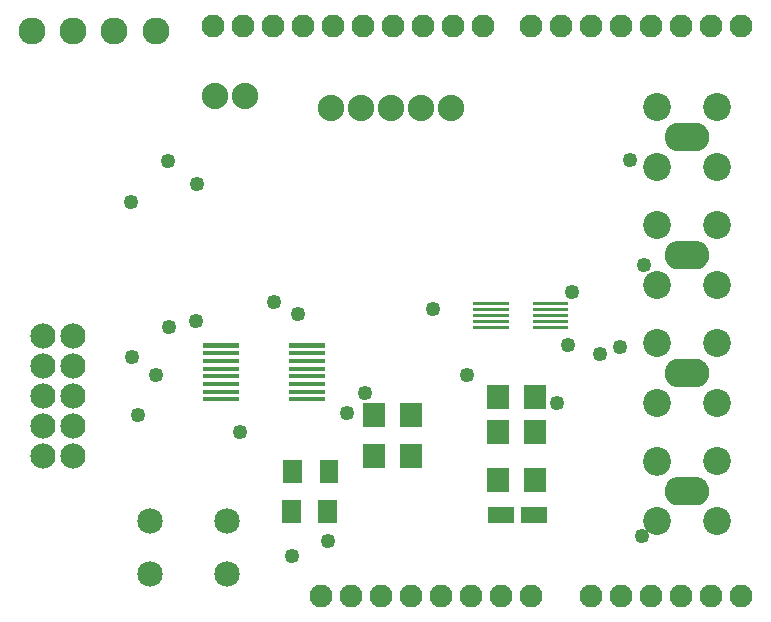
<source format=gts>
G04 MADE WITH FRITZING*
G04 WWW.FRITZING.ORG*
G04 DOUBLE SIDED*
G04 HOLES PLATED*
G04 CONTOUR ON CENTER OF CONTOUR VECTOR*
%ASAXBY*%
%FSLAX23Y23*%
%MOIN*%
%OFA0B0*%
%SFA1.0B1.0*%
%ADD10C,0.088000*%
%ADD11C,0.049370*%
%ADD12C,0.085000*%
%ADD13C,0.092677*%
%ADD14C,0.093071*%
%ADD15C,0.084000*%
%ADD16C,0.076194*%
%ADD17C,0.076222*%
%ADD18C,0.090000*%
%ADD19R,0.072992X0.084803*%
%ADD20R,0.088740X0.057244*%
%ADD21C,0.027000*%
%ADD22C,0.010000*%
%ADD23C,0.030000*%
%ADD24R,0.001000X0.001000*%
%LNMASK1*%
G90*
G70*
G54D10*
X748Y1778D03*
X848Y1778D03*
G54D11*
X1925Y947D03*
X2033Y917D03*
X2100Y939D03*
X1940Y1125D03*
X2132Y1563D03*
X2179Y1215D03*
X2173Y311D03*
X1474Y1067D03*
X1587Y846D03*
X1890Y754D03*
X1126Y293D03*
X1004Y244D03*
X551Y846D03*
X1189Y720D03*
X1024Y1049D03*
X1250Y787D03*
X831Y656D03*
X945Y1089D03*
X492Y715D03*
X471Y907D03*
X467Y1425D03*
X596Y1008D03*
X591Y1561D03*
X684Y1028D03*
X689Y1482D03*
G54D10*
X1535Y1738D03*
X1435Y1738D03*
X1335Y1738D03*
X1235Y1738D03*
X1135Y1738D03*
G54D12*
X787Y183D03*
X532Y183D03*
X787Y360D03*
X532Y360D03*
G54D13*
X2223Y558D03*
G54D14*
X2322Y459D03*
X2223Y359D03*
X2223Y559D03*
X2423Y359D03*
X2423Y559D03*
G54D13*
X2223Y558D03*
G54D14*
X2322Y459D03*
X2223Y359D03*
X2223Y559D03*
X2423Y359D03*
X2423Y559D03*
G54D13*
X2223Y952D03*
G54D14*
X2322Y853D03*
X2223Y752D03*
X2223Y952D03*
X2423Y752D03*
X2423Y952D03*
G54D13*
X2223Y952D03*
G54D14*
X2322Y853D03*
X2223Y752D03*
X2223Y952D03*
X2423Y752D03*
X2423Y952D03*
G54D13*
X2223Y1740D03*
G54D14*
X2322Y1641D03*
X2223Y1540D03*
X2223Y1740D03*
X2423Y1540D03*
X2423Y1740D03*
G54D13*
X2223Y1740D03*
G54D14*
X2322Y1641D03*
X2223Y1540D03*
X2223Y1740D03*
X2423Y1540D03*
X2423Y1740D03*
G54D15*
X176Y577D03*
X176Y677D03*
X176Y777D03*
X176Y877D03*
X176Y977D03*
X276Y577D03*
X276Y677D03*
X276Y777D03*
X276Y877D03*
X276Y977D03*
G54D16*
X2103Y111D03*
X2203Y111D03*
X2303Y111D03*
X2403Y111D03*
X2503Y111D03*
G54D17*
X1643Y2011D03*
X1543Y2011D03*
X1443Y2011D03*
X1343Y2011D03*
X1243Y2011D03*
X1143Y2011D03*
X1043Y2011D03*
X943Y2011D03*
X843Y2011D03*
X743Y2011D03*
X2503Y2011D03*
X2403Y2011D03*
X2303Y2011D03*
X2203Y2011D03*
X2103Y2011D03*
X2003Y2011D03*
X1903Y2011D03*
X1803Y2011D03*
G54D16*
X1203Y111D03*
X1103Y111D03*
X1303Y111D03*
X1403Y111D03*
X1503Y111D03*
X1603Y111D03*
X1703Y111D03*
X1803Y111D03*
X2003Y111D03*
G54D13*
X2223Y1346D03*
G54D14*
X2322Y1247D03*
X2223Y1146D03*
X2223Y1346D03*
X2423Y1146D03*
X2423Y1346D03*
G54D13*
X2223Y1346D03*
G54D14*
X2322Y1247D03*
X2223Y1146D03*
X2223Y1346D03*
X2423Y1146D03*
X2423Y1346D03*
G54D18*
X551Y1994D03*
X413Y1994D03*
X276Y1994D03*
X138Y1994D03*
G54D19*
X1280Y715D03*
X1402Y715D03*
X1280Y577D03*
X1402Y577D03*
X1693Y498D03*
X1815Y498D03*
G54D20*
X1701Y380D03*
X1811Y380D03*
G54D19*
X1693Y774D03*
X1815Y774D03*
X1693Y656D03*
X1815Y656D03*
G54D21*
G36*
X247Y548D02*
X247Y605D01*
X304Y605D01*
X304Y548D01*
X247Y548D01*
G37*
D02*
G54D22*
G36*
X1807Y1011D02*
X1925Y1011D01*
X1925Y1001D01*
X1807Y1001D01*
X1807Y1011D01*
G37*
D02*
G36*
X1807Y1031D02*
X1925Y1031D01*
X1925Y1021D01*
X1807Y1021D01*
X1807Y1031D01*
G37*
D02*
G36*
X1807Y1050D02*
X1925Y1050D01*
X1925Y1040D01*
X1807Y1040D01*
X1807Y1050D01*
G37*
D02*
G36*
X1807Y1070D02*
X1925Y1070D01*
X1925Y1060D01*
X1807Y1060D01*
X1807Y1070D01*
G37*
D02*
G36*
X1807Y1090D02*
X1925Y1090D01*
X1925Y1080D01*
X1807Y1080D01*
X1807Y1090D01*
G37*
D02*
G36*
X1610Y1090D02*
X1728Y1090D01*
X1728Y1080D01*
X1610Y1080D01*
X1610Y1090D01*
G37*
D02*
G36*
X1610Y1070D02*
X1728Y1070D01*
X1728Y1060D01*
X1610Y1060D01*
X1610Y1070D01*
G37*
D02*
G36*
X1610Y1050D02*
X1728Y1050D01*
X1728Y1040D01*
X1610Y1040D01*
X1610Y1050D01*
G37*
D02*
G36*
X1610Y1031D02*
X1728Y1031D01*
X1728Y1021D01*
X1610Y1021D01*
X1610Y1031D01*
G37*
D02*
G36*
X1610Y1011D02*
X1728Y1011D01*
X1728Y1001D01*
X1610Y1001D01*
X1610Y1011D01*
G37*
D02*
G36*
X996Y773D02*
X1114Y773D01*
X1114Y759D01*
X996Y759D01*
X996Y773D01*
G37*
D02*
G36*
X996Y798D02*
X1114Y798D01*
X1114Y784D01*
X996Y784D01*
X996Y798D01*
G37*
D02*
G36*
X996Y824D02*
X1114Y824D01*
X1114Y810D01*
X996Y810D01*
X996Y824D01*
G37*
D02*
G36*
X996Y849D02*
X1114Y849D01*
X1114Y836D01*
X996Y836D01*
X996Y849D01*
G37*
D02*
G36*
X996Y875D02*
X1114Y875D01*
X1114Y861D01*
X996Y861D01*
X996Y875D01*
G37*
D02*
G36*
X996Y901D02*
X1114Y901D01*
X1114Y887D01*
X996Y887D01*
X996Y901D01*
G37*
D02*
G36*
X996Y926D02*
X1114Y926D01*
X1114Y912D01*
X996Y912D01*
X996Y926D01*
G37*
D02*
G36*
X996Y952D02*
X1114Y952D01*
X1114Y938D01*
X996Y938D01*
X996Y952D01*
G37*
D02*
G36*
X709Y952D02*
X827Y952D01*
X827Y938D01*
X709Y938D01*
X709Y952D01*
G37*
D02*
G36*
X709Y926D02*
X827Y926D01*
X827Y912D01*
X709Y912D01*
X709Y926D01*
G37*
D02*
G36*
X709Y901D02*
X827Y901D01*
X827Y887D01*
X709Y887D01*
X709Y901D01*
G37*
D02*
G36*
X709Y875D02*
X827Y875D01*
X827Y861D01*
X709Y861D01*
X709Y875D01*
G37*
D02*
G36*
X709Y849D02*
X827Y849D01*
X827Y836D01*
X709Y836D01*
X709Y849D01*
G37*
D02*
G36*
X709Y824D02*
X827Y824D01*
X827Y810D01*
X709Y810D01*
X709Y824D01*
G37*
D02*
G36*
X709Y798D02*
X827Y798D01*
X827Y784D01*
X709Y784D01*
X709Y798D01*
G37*
D02*
G36*
X709Y773D02*
X827Y773D01*
X827Y759D01*
X709Y759D01*
X709Y773D01*
G37*
D02*
G36*
X1093Y354D02*
X1093Y429D01*
X1156Y429D01*
X1156Y354D01*
X1093Y354D01*
G37*
D02*
G36*
X971Y354D02*
X971Y429D01*
X1034Y429D01*
X1034Y354D01*
X971Y354D01*
G37*
D02*
G36*
X1097Y488D02*
X1097Y563D01*
X1160Y563D01*
X1160Y488D01*
X1097Y488D01*
G37*
D02*
G36*
X974Y488D02*
X974Y563D01*
X1037Y563D01*
X1037Y488D01*
X974Y488D01*
G37*
D02*
G54D23*
G36*
X581Y1964D02*
X521Y1964D01*
X521Y2024D01*
X581Y2024D01*
X581Y1964D01*
G37*
D02*
G54D24*
X2284Y1686D02*
X2359Y1686D01*
X2279Y1685D02*
X2364Y1685D01*
X2276Y1684D02*
X2367Y1684D01*
X2274Y1683D02*
X2370Y1683D01*
X2272Y1682D02*
X2372Y1682D01*
X2270Y1681D02*
X2373Y1681D01*
X2268Y1680D02*
X2375Y1680D01*
X2267Y1679D02*
X2376Y1679D01*
X2266Y1678D02*
X2377Y1678D01*
X2265Y1677D02*
X2379Y1677D01*
X2263Y1676D02*
X2380Y1676D01*
X2262Y1675D02*
X2381Y1675D01*
X2261Y1674D02*
X2382Y1674D01*
X2261Y1673D02*
X2383Y1673D01*
X2260Y1672D02*
X2384Y1672D01*
X2259Y1671D02*
X2384Y1671D01*
X2258Y1670D02*
X2385Y1670D01*
X2257Y1669D02*
X2386Y1669D01*
X2257Y1668D02*
X2386Y1668D01*
X2256Y1667D02*
X2387Y1667D01*
X2255Y1666D02*
X2388Y1666D01*
X2255Y1665D02*
X2388Y1665D01*
X2254Y1664D02*
X2389Y1664D01*
X2254Y1663D02*
X2389Y1663D01*
X2253Y1662D02*
X2390Y1662D01*
X2253Y1661D02*
X2390Y1661D01*
X2252Y1660D02*
X2319Y1660D01*
X2324Y1660D02*
X2391Y1660D01*
X2252Y1659D02*
X2315Y1659D01*
X2328Y1659D02*
X2391Y1659D01*
X2252Y1658D02*
X2314Y1658D01*
X2330Y1658D02*
X2392Y1658D01*
X2251Y1657D02*
X2312Y1657D01*
X2331Y1657D02*
X2392Y1657D01*
X2251Y1656D02*
X2311Y1656D01*
X2332Y1656D02*
X2392Y1656D01*
X2251Y1655D02*
X2310Y1655D01*
X2333Y1655D02*
X2393Y1655D01*
X2250Y1654D02*
X2309Y1654D01*
X2334Y1654D02*
X2393Y1654D01*
X2250Y1653D02*
X2309Y1653D01*
X2335Y1653D02*
X2393Y1653D01*
X2250Y1652D02*
X2308Y1652D01*
X2335Y1652D02*
X2393Y1652D01*
X2250Y1651D02*
X2307Y1651D01*
X2336Y1651D02*
X2394Y1651D01*
X2249Y1650D02*
X2307Y1650D01*
X2336Y1650D02*
X2394Y1650D01*
X2249Y1649D02*
X2307Y1649D01*
X2337Y1649D02*
X2394Y1649D01*
X2249Y1648D02*
X2306Y1648D01*
X2337Y1648D02*
X2394Y1648D01*
X2249Y1647D02*
X2306Y1647D01*
X2337Y1647D02*
X2394Y1647D01*
X2249Y1646D02*
X2306Y1646D01*
X2337Y1646D02*
X2395Y1646D01*
X2249Y1645D02*
X2306Y1645D01*
X2338Y1645D02*
X2395Y1645D01*
X2248Y1644D02*
X2305Y1644D01*
X2338Y1644D02*
X2395Y1644D01*
X2248Y1643D02*
X2305Y1643D01*
X2338Y1643D02*
X2395Y1643D01*
X2248Y1642D02*
X2305Y1642D01*
X2338Y1642D02*
X2395Y1642D01*
X2248Y1641D02*
X2305Y1641D01*
X2338Y1641D02*
X2395Y1641D01*
X2248Y1640D02*
X2305Y1640D01*
X2338Y1640D02*
X2395Y1640D01*
X2248Y1639D02*
X2305Y1639D01*
X2338Y1639D02*
X2395Y1639D01*
X2248Y1638D02*
X2305Y1638D01*
X2338Y1638D02*
X2395Y1638D01*
X2248Y1637D02*
X2305Y1637D01*
X2338Y1637D02*
X2395Y1637D01*
X2248Y1636D02*
X2305Y1636D01*
X2338Y1636D02*
X2395Y1636D01*
X2248Y1635D02*
X2305Y1635D01*
X2338Y1635D02*
X2395Y1635D01*
X2249Y1634D02*
X2306Y1634D01*
X2338Y1634D02*
X2395Y1634D01*
X2249Y1633D02*
X2306Y1633D01*
X2337Y1633D02*
X2394Y1633D01*
X2249Y1632D02*
X2306Y1632D01*
X2337Y1632D02*
X2394Y1632D01*
X2249Y1631D02*
X2307Y1631D01*
X2337Y1631D02*
X2394Y1631D01*
X2249Y1630D02*
X2307Y1630D01*
X2336Y1630D02*
X2394Y1630D01*
X2249Y1629D02*
X2307Y1629D01*
X2336Y1629D02*
X2394Y1629D01*
X2250Y1628D02*
X2308Y1628D01*
X2335Y1628D02*
X2394Y1628D01*
X2250Y1627D02*
X2308Y1627D01*
X2335Y1627D02*
X2393Y1627D01*
X2250Y1626D02*
X2309Y1626D01*
X2334Y1626D02*
X2393Y1626D01*
X2251Y1625D02*
X2310Y1625D01*
X2333Y1625D02*
X2393Y1625D01*
X2251Y1624D02*
X2311Y1624D01*
X2332Y1624D02*
X2392Y1624D01*
X2251Y1623D02*
X2312Y1623D01*
X2331Y1623D02*
X2392Y1623D01*
X2252Y1622D02*
X2313Y1622D01*
X2330Y1622D02*
X2392Y1622D01*
X2252Y1621D02*
X2315Y1621D01*
X2328Y1621D02*
X2391Y1621D01*
X2252Y1620D02*
X2318Y1620D01*
X2325Y1620D02*
X2391Y1620D01*
X2253Y1619D02*
X2390Y1619D01*
X2253Y1618D02*
X2390Y1618D01*
X2254Y1617D02*
X2389Y1617D01*
X2254Y1616D02*
X2389Y1616D01*
X2255Y1615D02*
X2388Y1615D01*
X2255Y1614D02*
X2388Y1614D01*
X2256Y1613D02*
X2387Y1613D01*
X2257Y1612D02*
X2387Y1612D01*
X2257Y1611D02*
X2386Y1611D01*
X2258Y1610D02*
X2385Y1610D01*
X2259Y1609D02*
X2384Y1609D01*
X2260Y1608D02*
X2384Y1608D01*
X2260Y1607D02*
X2383Y1607D01*
X2261Y1606D02*
X2382Y1606D01*
X2262Y1605D02*
X2381Y1605D01*
X2263Y1604D02*
X2380Y1604D01*
X2264Y1603D02*
X2379Y1603D01*
X2266Y1602D02*
X2378Y1602D01*
X2267Y1601D02*
X2376Y1601D01*
X2268Y1600D02*
X2375Y1600D01*
X2270Y1599D02*
X2374Y1599D01*
X2271Y1598D02*
X2372Y1598D01*
X2273Y1597D02*
X2370Y1597D01*
X2276Y1596D02*
X2368Y1596D01*
X2278Y1595D02*
X2365Y1595D01*
X2283Y1594D02*
X2360Y1594D01*
X2282Y1292D02*
X2362Y1292D01*
X2278Y1291D02*
X2365Y1291D01*
X2275Y1290D02*
X2368Y1290D01*
X2273Y1289D02*
X2370Y1289D01*
X2271Y1288D02*
X2372Y1288D01*
X2269Y1287D02*
X2374Y1287D01*
X2268Y1286D02*
X2375Y1286D01*
X2267Y1285D02*
X2377Y1285D01*
X2265Y1284D02*
X2378Y1284D01*
X2264Y1283D02*
X2379Y1283D01*
X2263Y1282D02*
X2380Y1282D01*
X2262Y1281D02*
X2381Y1281D01*
X2261Y1280D02*
X2382Y1280D01*
X2260Y1279D02*
X2383Y1279D01*
X2259Y1278D02*
X2384Y1278D01*
X2259Y1277D02*
X2385Y1277D01*
X2258Y1276D02*
X2385Y1276D01*
X2257Y1275D02*
X2386Y1275D01*
X2256Y1274D02*
X2387Y1274D01*
X2256Y1273D02*
X2387Y1273D01*
X2255Y1272D02*
X2388Y1272D01*
X2255Y1271D02*
X2389Y1271D01*
X2254Y1270D02*
X2389Y1270D01*
X2254Y1269D02*
X2390Y1269D01*
X2253Y1268D02*
X2390Y1268D01*
X2253Y1267D02*
X2391Y1267D01*
X2252Y1266D02*
X2317Y1266D01*
X2326Y1266D02*
X2391Y1266D01*
X2252Y1265D02*
X2315Y1265D01*
X2329Y1265D02*
X2391Y1265D01*
X2251Y1264D02*
X2313Y1264D01*
X2330Y1264D02*
X2392Y1264D01*
X2251Y1263D02*
X2312Y1263D01*
X2332Y1263D02*
X2392Y1263D01*
X2251Y1262D02*
X2311Y1262D01*
X2333Y1262D02*
X2392Y1262D01*
X2250Y1261D02*
X2310Y1261D01*
X2334Y1261D02*
X2393Y1261D01*
X2250Y1260D02*
X2309Y1260D01*
X2334Y1260D02*
X2393Y1260D01*
X2250Y1259D02*
X2308Y1259D01*
X2335Y1259D02*
X2393Y1259D01*
X2250Y1258D02*
X2308Y1258D01*
X2336Y1258D02*
X2394Y1258D01*
X2249Y1257D02*
X2307Y1257D01*
X2336Y1257D02*
X2394Y1257D01*
X2249Y1256D02*
X2307Y1256D01*
X2336Y1256D02*
X2394Y1256D01*
X2249Y1255D02*
X2306Y1255D01*
X2337Y1255D02*
X2394Y1255D01*
X2249Y1254D02*
X2306Y1254D01*
X2337Y1254D02*
X2394Y1254D01*
X2249Y1253D02*
X2306Y1253D01*
X2337Y1253D02*
X2394Y1253D01*
X2249Y1252D02*
X2306Y1252D01*
X2338Y1252D02*
X2395Y1252D01*
X2248Y1251D02*
X2305Y1251D01*
X2338Y1251D02*
X2395Y1251D01*
X2248Y1250D02*
X2305Y1250D01*
X2338Y1250D02*
X2395Y1250D01*
X2248Y1249D02*
X2305Y1249D01*
X2338Y1249D02*
X2395Y1249D01*
X2248Y1248D02*
X2305Y1248D01*
X2338Y1248D02*
X2395Y1248D01*
X2248Y1247D02*
X2305Y1247D01*
X2338Y1247D02*
X2395Y1247D01*
X2248Y1246D02*
X2305Y1246D01*
X2338Y1246D02*
X2395Y1246D01*
X2248Y1245D02*
X2305Y1245D01*
X2338Y1245D02*
X2395Y1245D01*
X2248Y1244D02*
X2305Y1244D01*
X2338Y1244D02*
X2395Y1244D01*
X2248Y1243D02*
X2305Y1243D01*
X2338Y1243D02*
X2395Y1243D01*
X2248Y1242D02*
X2305Y1242D01*
X2338Y1242D02*
X2395Y1242D01*
X2249Y1241D02*
X2306Y1241D01*
X2338Y1241D02*
X2395Y1241D01*
X2249Y1240D02*
X2306Y1240D01*
X2337Y1240D02*
X2395Y1240D01*
X2249Y1239D02*
X2306Y1239D01*
X2337Y1239D02*
X2394Y1239D01*
X2249Y1238D02*
X2306Y1238D01*
X2337Y1238D02*
X2394Y1238D01*
X2249Y1237D02*
X2307Y1237D01*
X2337Y1237D02*
X2394Y1237D01*
X2249Y1236D02*
X2307Y1236D01*
X2336Y1236D02*
X2394Y1236D01*
X2250Y1235D02*
X2308Y1235D01*
X2336Y1235D02*
X2394Y1235D01*
X2250Y1234D02*
X2308Y1234D01*
X2335Y1234D02*
X2393Y1234D01*
X2250Y1233D02*
X2309Y1233D01*
X2335Y1233D02*
X2393Y1233D01*
X2250Y1232D02*
X2309Y1232D01*
X2334Y1232D02*
X2393Y1232D01*
X2251Y1231D02*
X2310Y1231D01*
X2333Y1231D02*
X2393Y1231D01*
X2251Y1230D02*
X2311Y1230D01*
X2332Y1230D02*
X2392Y1230D01*
X2251Y1229D02*
X2312Y1229D01*
X2331Y1229D02*
X2392Y1229D01*
X2252Y1228D02*
X2314Y1228D01*
X2329Y1228D02*
X2392Y1228D01*
X2252Y1227D02*
X2316Y1227D01*
X2327Y1227D02*
X2391Y1227D01*
X2253Y1226D02*
X2391Y1226D01*
X2253Y1225D02*
X2390Y1225D01*
X2253Y1224D02*
X2390Y1224D01*
X2254Y1223D02*
X2389Y1223D01*
X2254Y1222D02*
X2389Y1222D01*
X2255Y1221D02*
X2388Y1221D01*
X2256Y1220D02*
X2388Y1220D01*
X2256Y1219D02*
X2387Y1219D01*
X2257Y1218D02*
X2386Y1218D01*
X2258Y1217D02*
X2386Y1217D01*
X2258Y1216D02*
X2385Y1216D01*
X2259Y1215D02*
X2384Y1215D01*
X2260Y1214D02*
X2383Y1214D01*
X2261Y1213D02*
X2382Y1213D01*
X2262Y1212D02*
X2382Y1212D01*
X2263Y1211D02*
X2381Y1211D01*
X2264Y1210D02*
X2379Y1210D01*
X2265Y1209D02*
X2378Y1209D01*
X2266Y1208D02*
X2377Y1208D01*
X2267Y1207D02*
X2376Y1207D01*
X2269Y1206D02*
X2374Y1206D01*
X2270Y1205D02*
X2373Y1205D01*
X2272Y1204D02*
X2371Y1204D01*
X2274Y1203D02*
X2369Y1203D01*
X2277Y1202D02*
X2367Y1202D01*
X2280Y1201D02*
X2364Y1201D01*
X2287Y1200D02*
X2356Y1200D01*
X2287Y899D02*
X2356Y899D01*
X2280Y898D02*
X2363Y898D01*
X2277Y897D02*
X2367Y897D01*
X2274Y896D02*
X2369Y896D01*
X2272Y895D02*
X2371Y895D01*
X2270Y894D02*
X2373Y894D01*
X2269Y893D02*
X2374Y893D01*
X2267Y892D02*
X2376Y892D01*
X2266Y891D02*
X2377Y891D01*
X2265Y890D02*
X2378Y890D01*
X2264Y889D02*
X2379Y889D01*
X2263Y888D02*
X2381Y888D01*
X2262Y887D02*
X2382Y887D01*
X2261Y886D02*
X2382Y886D01*
X2260Y885D02*
X2383Y885D01*
X2259Y884D02*
X2384Y884D01*
X2258Y883D02*
X2385Y883D01*
X2258Y882D02*
X2386Y882D01*
X2257Y881D02*
X2386Y881D01*
X2256Y880D02*
X2387Y880D01*
X2256Y879D02*
X2388Y879D01*
X2255Y878D02*
X2388Y878D01*
X2254Y877D02*
X2389Y877D01*
X2254Y876D02*
X2389Y876D01*
X2253Y875D02*
X2390Y875D01*
X2253Y874D02*
X2390Y874D01*
X2253Y873D02*
X2391Y873D01*
X2252Y872D02*
X2316Y872D01*
X2327Y872D02*
X2391Y872D01*
X2252Y871D02*
X2314Y871D01*
X2329Y871D02*
X2392Y871D01*
X2251Y870D02*
X2312Y870D01*
X2331Y870D02*
X2392Y870D01*
X2251Y869D02*
X2311Y869D01*
X2332Y869D02*
X2392Y869D01*
X2251Y868D02*
X2310Y868D01*
X2333Y868D02*
X2393Y868D01*
X2250Y867D02*
X2309Y867D01*
X2334Y867D02*
X2393Y867D01*
X2250Y866D02*
X2309Y866D01*
X2335Y866D02*
X2393Y866D01*
X2250Y865D02*
X2308Y865D01*
X2335Y865D02*
X2393Y865D01*
X2250Y864D02*
X2308Y864D01*
X2336Y864D02*
X2394Y864D01*
X2249Y863D02*
X2307Y863D01*
X2336Y863D02*
X2394Y863D01*
X2249Y862D02*
X2307Y862D01*
X2337Y862D02*
X2394Y862D01*
X2249Y861D02*
X2306Y861D01*
X2337Y861D02*
X2394Y861D01*
X2249Y860D02*
X2306Y860D01*
X2337Y860D02*
X2394Y860D01*
X2249Y859D02*
X2306Y859D01*
X2337Y859D02*
X2395Y859D01*
X2249Y858D02*
X2306Y858D01*
X2338Y858D02*
X2395Y858D01*
X2248Y857D02*
X2305Y857D01*
X2338Y857D02*
X2395Y857D01*
X2248Y856D02*
X2305Y856D01*
X2338Y856D02*
X2395Y856D01*
X2248Y855D02*
X2305Y855D01*
X2338Y855D02*
X2395Y855D01*
X2248Y854D02*
X2305Y854D01*
X2338Y854D02*
X2395Y854D01*
X2248Y853D02*
X2305Y853D01*
X2338Y853D02*
X2395Y853D01*
X2248Y852D02*
X2305Y852D01*
X2338Y852D02*
X2395Y852D01*
X2248Y851D02*
X2305Y851D01*
X2338Y851D02*
X2395Y851D01*
X2248Y850D02*
X2305Y850D01*
X2338Y850D02*
X2395Y850D01*
X2248Y849D02*
X2305Y849D01*
X2338Y849D02*
X2395Y849D01*
X2248Y848D02*
X2305Y848D01*
X2338Y848D02*
X2395Y848D01*
X2249Y847D02*
X2306Y847D01*
X2338Y847D02*
X2395Y847D01*
X2249Y846D02*
X2306Y846D01*
X2337Y846D02*
X2394Y846D01*
X2249Y845D02*
X2306Y845D01*
X2337Y845D02*
X2394Y845D01*
X2249Y844D02*
X2306Y844D01*
X2337Y844D02*
X2394Y844D01*
X2249Y843D02*
X2307Y843D01*
X2336Y843D02*
X2394Y843D01*
X2249Y842D02*
X2307Y842D01*
X2336Y842D02*
X2394Y842D01*
X2250Y841D02*
X2308Y841D01*
X2336Y841D02*
X2394Y841D01*
X2250Y840D02*
X2308Y840D01*
X2335Y840D02*
X2393Y840D01*
X2250Y839D02*
X2309Y839D01*
X2334Y839D02*
X2393Y839D01*
X2250Y838D02*
X2310Y838D01*
X2334Y838D02*
X2393Y838D01*
X2251Y837D02*
X2311Y837D01*
X2333Y837D02*
X2392Y837D01*
X2251Y836D02*
X2312Y836D01*
X2332Y836D02*
X2392Y836D01*
X2251Y835D02*
X2313Y835D01*
X2330Y835D02*
X2392Y835D01*
X2252Y834D02*
X2315Y834D01*
X2329Y834D02*
X2391Y834D01*
X2252Y833D02*
X2317Y833D01*
X2326Y833D02*
X2391Y833D01*
X2253Y832D02*
X2391Y832D01*
X2253Y831D02*
X2390Y831D01*
X2254Y830D02*
X2390Y830D01*
X2254Y829D02*
X2389Y829D01*
X2255Y828D02*
X2389Y828D01*
X2255Y827D02*
X2388Y827D01*
X2256Y826D02*
X2387Y826D01*
X2256Y825D02*
X2387Y825D01*
X2257Y824D02*
X2386Y824D01*
X2258Y823D02*
X2385Y823D01*
X2259Y822D02*
X2385Y822D01*
X2259Y821D02*
X2384Y821D01*
X2260Y820D02*
X2383Y820D01*
X2261Y819D02*
X2382Y819D01*
X2262Y818D02*
X2381Y818D01*
X2263Y817D02*
X2380Y817D01*
X2264Y816D02*
X2379Y816D01*
X2265Y815D02*
X2378Y815D01*
X2267Y814D02*
X2377Y814D01*
X2268Y813D02*
X2375Y813D01*
X2269Y812D02*
X2374Y812D01*
X2271Y811D02*
X2372Y811D01*
X2273Y810D02*
X2370Y810D01*
X2275Y809D02*
X2368Y809D01*
X2278Y808D02*
X2365Y808D01*
X2282Y807D02*
X2362Y807D01*
X2283Y505D02*
X2360Y505D01*
X2278Y504D02*
X2365Y504D01*
X2276Y503D02*
X2368Y503D01*
X2273Y502D02*
X2370Y502D01*
X2271Y501D02*
X2372Y501D01*
X2270Y500D02*
X2374Y500D01*
X2268Y499D02*
X2375Y499D01*
X2267Y498D02*
X2376Y498D01*
X2266Y497D02*
X2378Y497D01*
X2264Y496D02*
X2379Y496D01*
X2263Y495D02*
X2380Y495D01*
X2262Y494D02*
X2381Y494D01*
X2261Y493D02*
X2382Y493D01*
X2260Y492D02*
X2383Y492D01*
X2260Y491D02*
X2384Y491D01*
X2259Y490D02*
X2384Y490D01*
X2258Y489D02*
X2385Y489D01*
X2257Y488D02*
X2386Y488D01*
X2257Y487D02*
X2387Y487D01*
X2256Y486D02*
X2387Y486D01*
X2255Y485D02*
X2388Y485D01*
X2255Y484D02*
X2388Y484D01*
X2254Y483D02*
X2389Y483D01*
X2254Y482D02*
X2389Y482D01*
X2253Y481D02*
X2390Y481D01*
X2253Y480D02*
X2390Y480D01*
X2252Y479D02*
X2318Y479D01*
X2325Y479D02*
X2391Y479D01*
X2252Y478D02*
X2315Y478D01*
X2328Y478D02*
X2391Y478D01*
X2252Y477D02*
X2313Y477D01*
X2330Y477D02*
X2392Y477D01*
X2251Y476D02*
X2312Y476D01*
X2331Y476D02*
X2392Y476D01*
X2251Y475D02*
X2311Y475D01*
X2332Y475D02*
X2392Y475D01*
X2251Y474D02*
X2310Y474D01*
X2333Y474D02*
X2393Y474D01*
X2250Y473D02*
X2309Y473D01*
X2334Y473D02*
X2393Y473D01*
X2250Y472D02*
X2308Y472D01*
X2335Y472D02*
X2393Y472D01*
X2250Y471D02*
X2308Y471D01*
X2335Y471D02*
X2394Y471D01*
X2249Y470D02*
X2307Y470D01*
X2336Y470D02*
X2394Y470D01*
X2249Y469D02*
X2307Y469D01*
X2336Y469D02*
X2394Y469D01*
X2249Y468D02*
X2307Y468D01*
X2337Y468D02*
X2394Y468D01*
X2249Y467D02*
X2306Y467D01*
X2337Y467D02*
X2394Y467D01*
X2249Y466D02*
X2306Y466D01*
X2337Y466D02*
X2394Y466D01*
X2249Y465D02*
X2306Y465D01*
X2338Y465D02*
X2395Y465D01*
X2248Y464D02*
X2305Y464D01*
X2338Y464D02*
X2395Y464D01*
X2248Y463D02*
X2305Y463D01*
X2338Y463D02*
X2395Y463D01*
X2248Y462D02*
X2305Y462D01*
X2338Y462D02*
X2395Y462D01*
X2248Y461D02*
X2305Y461D01*
X2338Y461D02*
X2395Y461D01*
X2248Y460D02*
X2305Y460D01*
X2338Y460D02*
X2395Y460D01*
X2248Y459D02*
X2305Y459D01*
X2338Y459D02*
X2395Y459D01*
X2248Y458D02*
X2305Y458D01*
X2338Y458D02*
X2395Y458D01*
X2248Y457D02*
X2305Y457D01*
X2338Y457D02*
X2395Y457D01*
X2248Y456D02*
X2305Y456D01*
X2338Y456D02*
X2395Y456D01*
X2248Y455D02*
X2305Y455D01*
X2338Y455D02*
X2395Y455D01*
X2249Y454D02*
X2306Y454D01*
X2338Y454D02*
X2395Y454D01*
X2249Y453D02*
X2306Y453D01*
X2337Y453D02*
X2395Y453D01*
X2249Y452D02*
X2306Y452D01*
X2337Y452D02*
X2394Y452D01*
X2249Y451D02*
X2306Y451D01*
X2337Y451D02*
X2394Y451D01*
X2249Y450D02*
X2307Y450D01*
X2337Y450D02*
X2394Y450D01*
X2249Y449D02*
X2307Y449D01*
X2336Y449D02*
X2394Y449D01*
X2250Y448D02*
X2307Y448D01*
X2336Y448D02*
X2394Y448D01*
X2250Y447D02*
X2308Y447D01*
X2335Y447D02*
X2393Y447D01*
X2250Y446D02*
X2309Y446D01*
X2335Y446D02*
X2393Y446D01*
X2250Y445D02*
X2309Y445D01*
X2334Y445D02*
X2393Y445D01*
X2251Y444D02*
X2310Y444D01*
X2333Y444D02*
X2393Y444D01*
X2251Y443D02*
X2311Y443D01*
X2332Y443D02*
X2392Y443D01*
X2251Y442D02*
X2312Y442D01*
X2331Y442D02*
X2392Y442D01*
X2252Y441D02*
X2314Y441D01*
X2330Y441D02*
X2392Y441D01*
X2252Y440D02*
X2315Y440D01*
X2328Y440D02*
X2391Y440D01*
X2252Y439D02*
X2319Y439D01*
X2324Y439D02*
X2391Y439D01*
X2253Y438D02*
X2390Y438D01*
X2253Y437D02*
X2390Y437D01*
X2254Y436D02*
X2389Y436D01*
X2254Y435D02*
X2389Y435D01*
X2255Y434D02*
X2388Y434D01*
X2255Y433D02*
X2388Y433D01*
X2256Y432D02*
X2387Y432D01*
X2257Y431D02*
X2386Y431D01*
X2257Y430D02*
X2386Y430D01*
X2258Y429D02*
X2385Y429D01*
X2259Y428D02*
X2384Y428D01*
X2260Y427D02*
X2384Y427D01*
X2261Y426D02*
X2383Y426D01*
X2261Y425D02*
X2382Y425D01*
X2262Y424D02*
X2381Y424D01*
X2263Y423D02*
X2380Y423D01*
X2265Y422D02*
X2379Y422D01*
X2266Y421D02*
X2378Y421D01*
X2267Y420D02*
X2376Y420D01*
X2268Y419D02*
X2375Y419D01*
X2270Y418D02*
X2373Y418D01*
X2272Y417D02*
X2372Y417D01*
X2274Y416D02*
X2370Y416D01*
X2276Y415D02*
X2367Y415D01*
X2279Y414D02*
X2364Y414D01*
X2284Y413D02*
X2359Y413D01*
D02*
G04 End of Mask1*
M02*
</source>
